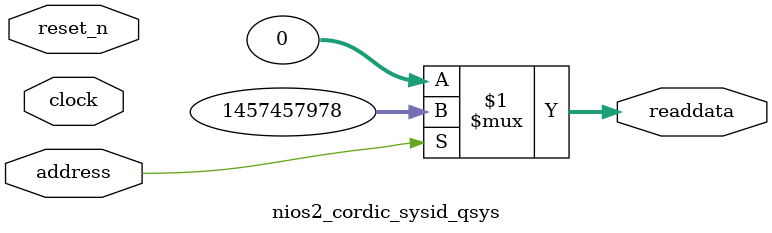
<source format=v>

`timescale 1ns / 1ps
// synthesis translate_on

// turn off superfluous verilog processor warnings 
// altera message_level Level1 
// altera message_off 10034 10035 10036 10037 10230 10240 10030 

module nios2_cordic_sysid_qsys (
               // inputs:
                address,
                clock,
                reset_n,

               // outputs:
                readdata
             )
;

  output  [ 31: 0] readdata;
  input            address;
  input            clock;
  input            reset_n;

  wire    [ 31: 0] readdata;
  //control_slave, which is an e_avalon_slave
  assign readdata = address ? 1457457978 : 0;

endmodule




</source>
